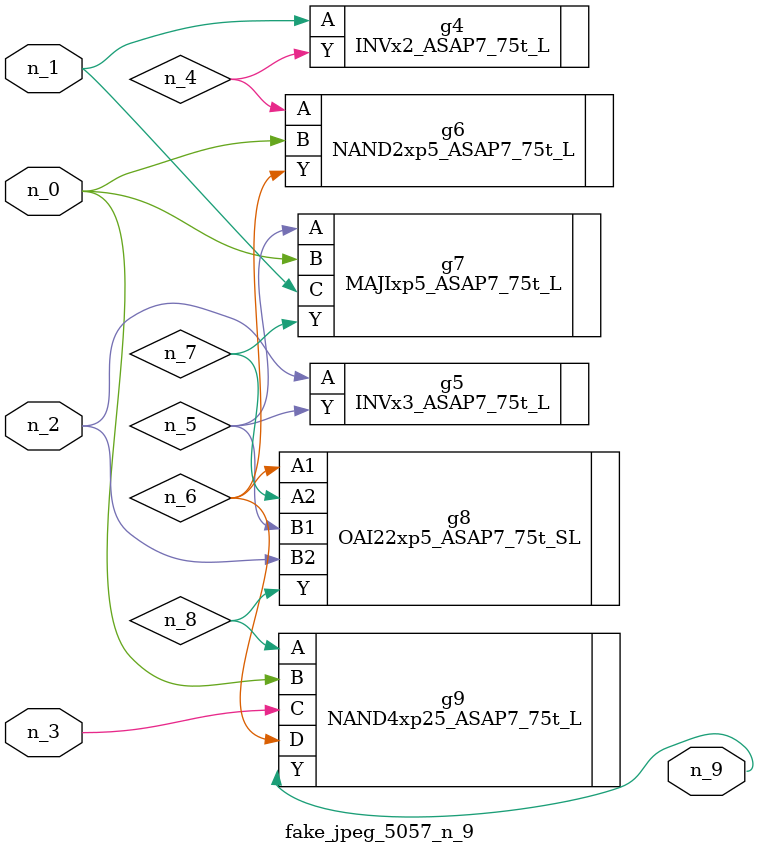
<source format=v>
module fake_jpeg_5057_n_9 (n_0, n_3, n_2, n_1, n_9);

input n_0;
input n_3;
input n_2;
input n_1;

output n_9;

wire n_4;
wire n_8;
wire n_6;
wire n_5;
wire n_7;

INVx2_ASAP7_75t_L g4 ( 
.A(n_1),
.Y(n_4)
);

INVx3_ASAP7_75t_L g5 ( 
.A(n_2),
.Y(n_5)
);

NAND2xp5_ASAP7_75t_L g6 ( 
.A(n_4),
.B(n_0),
.Y(n_6)
);

OAI22xp5_ASAP7_75t_SL g8 ( 
.A1(n_6),
.A2(n_7),
.B1(n_5),
.B2(n_2),
.Y(n_8)
);

MAJIxp5_ASAP7_75t_L g7 ( 
.A(n_5),
.B(n_0),
.C(n_1),
.Y(n_7)
);

NAND4xp25_ASAP7_75t_L g9 ( 
.A(n_8),
.B(n_0),
.C(n_3),
.D(n_6),
.Y(n_9)
);


endmodule
</source>
